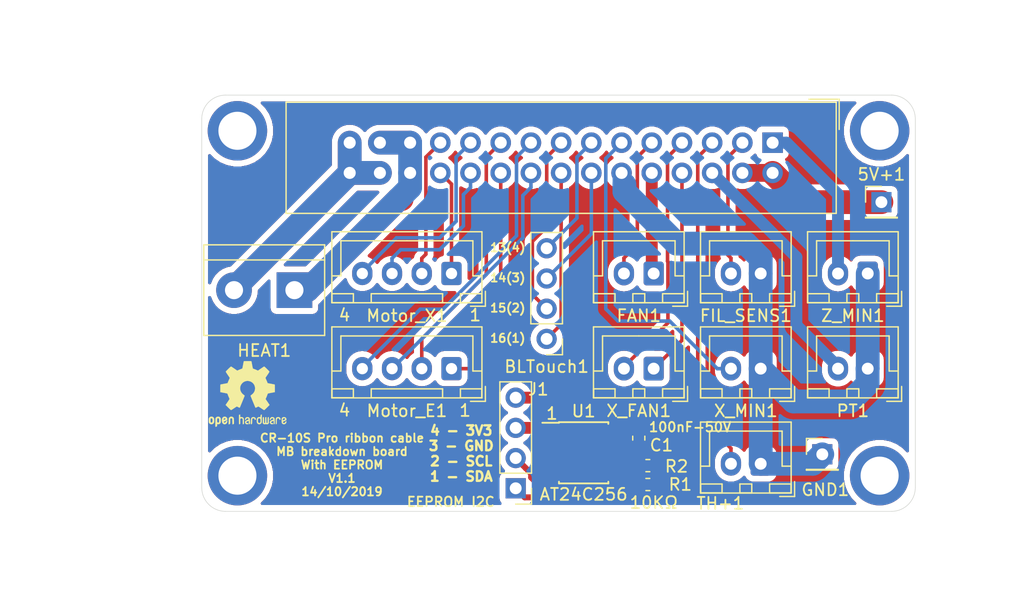
<source format=kicad_pcb>
(kicad_pcb (version 20171130) (host pcbnew "(5.1.0)-1")
  (title_block (title "CR-10S Pro RibbonCable MB Breakout with EEPROM") (date 2019-10-14) (rev V1.1))
  (layers (0 F.Cu signal) (31 B.Cu signal) (34 B.Paste user) (35 F.Paste user) (36 B.SilkS user) (37 F.SilkS user) (38 B.Mask user) (39 F.Mask user) (44 Edge.Cuts user))
  (net 0 "")
  (net 1 "Net-(5V+1-Pad1)")
  (net 2 "Net-(BLTouch1-Pad4)")
  (net 3 "Net-(BLTouch1-Pad3)")
  (net 4 "Net-(BLTouch1-Pad2)")
  (net 5 "Net-(BLTouch1-Pad1)")
  (net 6 "Net-(FAN1-Pad2)")
  (net 7 "Net-(FAN1-Pad1)")
  (net 8 "Net-(FIL_SENS1-Pad2)")
  (net 9 "Net-(FIL_SENS1-Pad1)")
  (net 10 /Heat+)
  (net 11 /HEAT_GND)
  (net 12 "Net-(Motor_E1-Pad4)")
  (net 13 "Net-(Motor_E1-Pad3)")
  (net 14 "Net-(Motor_E1-Pad2)")
  (net 15 "Net-(Motor_E1-Pad1)")
  (net 16 "Net-(Motor_X1-Pad4)")
  (net 17 "Net-(Motor_X1-Pad3)")
  (net 18 "Net-(Motor_X1-Pad2)")
  (net 19 "Net-(Motor_X1-Pad1)")
  (net 20 "Net-(PT1-Pad2)")
  (net 21 "Net-(Ribbon1-Pad11)")
  (net 22 "Net-(Ribbon1-Pad8)")
  (net 23 "Net-(Ribbon1-Pad7)")
  (net 24 "Net-(Ribbon1-Pad5)")
  (net 25 "Net-(Ribbon1-Pad1)")
  (net 26 GND)
  (net 27 +3V3)
  (net 28 "Net-(J1-Pad2)")
  (net 29 "Net-(J1-Pad1)")
  (module Symbol:OSHW-Logo2_7.3x6mm_SilkScreen (layer F.Cu) (at 109.855 95.123)
    (fp_text reference REF** hide)
    (fp_text value OSHW-Logo2_7.3x6mm_SilkScreen hide)
  )
  (module Package_SO:SOIC-8_3.9x4.9mm_P1.27mm (layer F.Cu) (at 138.1125 100.076)
    (fp_text reference U1 (at 0 -3.5) (layer F.SilkS))
    (fp_text value AT24C256 (at 0 3.5) (layer F.SilkS))
    (pad 8 smd rect (at 2.7 -1.905) (size 1.55 0.6) (layers F.Cu F.Paste F.Mask) (net 27 +3V3))
    (pad 7 smd rect (at 2.7 -0.635) (size 1.55 0.6) (layers F.Cu F.Paste F.Mask) (net 26 GND))
    (pad 6 smd rect (at 2.7 0.635) (size 1.55 0.6) (layers F.Cu F.Paste F.Mask) (net 28 "Net-(J1-Pad2)"))
    (pad 5 smd rect (at 2.7 1.905) (size 1.55 0.6) (layers F.Cu F.Paste F.Mask) (net 29 "Net-(J1-Pad1)"))
    (pad 4 smd rect (at -2.7 1.905) (size 1.55 0.6) (layers F.Cu F.Paste F.Mask) (net 26 GND))
    (pad 3 smd rect (at -2.7 0.635) (size 1.55 0.6) (layers F.Cu F.Paste F.Mask) (net 26 GND))
    (pad 2 smd rect (at -2.7 -0.635) (size 1.55 0.6) (layers F.Cu F.Paste F.Mask) (net 26 GND))
    (pad 1 smd rect (at -2.7 -1.905) (size 1.55 0.6) (layers F.Cu F.Paste F.Mask) (net 26 GND))
  )
  (module Resistor_SMD:R_0603_1608Metric (layer F.Cu) (at 143.51 101.1555 180)
    (fp_text reference R2 (at -2.413 -0.0635 180) (layer F.SilkS))
    (fp_text value 10KΩ (at -0.508 -3.1115 180) (layer F.SilkS))
    (pad 2 smd roundrect (at 0.7875 0 180) (size 0.875 0.95) (layers F.Cu F.Paste F.Mask) (net 28 "Net-(J1-Pad2)"))
    (pad 1 smd roundrect (at -0.7875 0 180) (size 0.875 0.95) (layers F.Cu F.Paste F.Mask) (net 27 +3V3))
  )
  (module Resistor_SMD:R_0603_1608Metric (layer F.Cu) (at 143.51 102.743 180)
    (fp_text reference R1 (at -2.7305 0 180) (layer F.SilkS))
    (fp_text value 10KΩ)
    (pad 2 smd roundrect (at 0.7875 0 180) (size 0.875 0.95) (layers F.Cu F.Paste F.Mask) (net 29 "Net-(J1-Pad1)"))
    (pad 1 smd roundrect (at -0.7875 0 180) (size 0.875 0.95) (layers F.Cu F.Paste F.Mask) (net 27 +3V3))
  )
  (module Connector_PinHeader_2.54mm:PinHeader_1x04_P2.54mm_Vertical (layer F.Cu) (at 132.3975 103.0605 180)
    (fp_text reference J1 (at -1.905 8.3185 180) (layer F.SilkS))
    (fp_text value "EEPROM I2C" (at 5.461 -1.143) (layer F.SilkS) (effects (font (size 0.8 0.8))))
    (pad 4 thru_hole oval (at 0 7.62 180) (size 1.7 1.7) (drill 1) (layers *.Cu *.Mask) (net 27 +3V3))
    (pad 3 thru_hole oval (at 0 5.08 180) (size 1.7 1.7) (drill 1) (layers *.Cu *.Mask) (net 26 GND))
    (pad 2 thru_hole oval (at 0 2.54 180) (size 1.7 1.7) (drill 1) (layers *.Cu *.Mask) (net 28 "Net-(J1-Pad2)"))
    (pad 1 thru_hole rect (at 0 0 180) (size 1.7 1.7) (drill 1) (layers *.Cu *.Mask) (net 29 "Net-(J1-Pad1)"))
  )
  (module Capacitor_SMD:C_0603_1608Metric (layer F.Cu) (at 142.748 98.844 270)
    (fp_text reference C1 (at 0.597 -1.905) (layer F.SilkS))
    (fp_text value 100nF-50V (at -0.927 -4.318) (layer F.SilkS) (effects (font (size 0.8 0.8))))
    (pad 2 smd roundrect (at 0.7875 0 270) (size 0.875 0.95) (layers F.Cu F.Paste F.Mask) (net 26 GND))
    (pad 1 smd roundrect (at -0.7875 0 270) (size 0.875 0.95) (layers F.Cu F.Paste F.Mask) (net 27 +3V3))
  )
  (module Connector_PinHeader_2.54mm:PinHeader_1x01_P2.54mm_Vertical (layer F.Cu) (at 158.1785 100.203)
    (fp_text reference GND1 (at 0.254 2.9845) (layer F.SilkS))
    (fp_text value Conn_01x01)
    (pad 1 thru_hole rect (at 0 0) (size 1.7 1.7) (drill 1) (layers *.Cu *.Mask) (net 9 "Net-(FIL_SENS1-Pad1)"))
  )
  (module TerminalBlock:TerminalBlock_bornier-2_P5.08mm (layer F.Cu) (at 113.792 86.4 180)
    (fp_text reference HEAT1 (at 2.54 -5.08 180) (layer F.SilkS))
    (fp_text value Conn_01x02)
    (pad 2 thru_hole circle (at 5.08 0 180) (size 3 3) (drill 1.52) (layers *.Cu *.Mask) (net 10 /Heat+))
    (pad 1 thru_hole rect (at 0 0 180) (size 3 3) (drill 1.52) (layers *.Cu *.Mask) (net 11 /HEAT_GND))
  )
  (module Connector_Pin:Pin_D1.0mm_L10.0mm (layer F.Cu) (at 163 73)
    (fp_text reference REF** hide)
    (fp_text value Pin_D1.0mm_L10.0mm)
    (pad "" thru_hole circle (at 0 0) (size 5 5) (drill 3.2) (layers *.Cu *.Mask))
  )
  (module Connector_Pin:Pin_D1.0mm_L10.0mm (layer F.Cu) (at 163 102)
    (fp_text reference REF** hide)
    (fp_text value Pin_D1.0mm_L10.0mm)
    (pad "" thru_hole circle (at 0 0) (size 5 5) (drill 3.2) (layers *.Cu *.Mask))
  )
  (module Connector_Pin:Pin_D1.0mm_L10.0mm (layer F.Cu) (at 109 102)
    (fp_text reference REF** hide)
    (fp_text value Pin_D1.0mm_L10.0mm)
    (pad "" thru_hole circle (at 0 0) (size 5 5) (drill 3.2) (layers *.Cu *.Mask))
  )
  (module Connector_Pin:Pin_D1.0mm_L10.0mm (layer F.Cu) (at 109 73)
    (fp_text reference REF** hide)
    (fp_text value Pin_D1.0mm_L10.0mm)
    (pad "" thru_hole circle (at 0 0) (size 5 5) (drill 3.2) (layers *.Cu *.Mask))
  )
  (module Connector_PinHeader_2.54mm:PinHeader_1x01_P2.54mm_Vertical (layer F.Cu) (at 163.15 79)
    (fp_text reference 5V+1 (at 0 -2.33) (layer F.SilkS))
    (fp_text value Conn_01x01)
    (pad 1 thru_hole rect (at 0 0) (size 1.7 1.7) (drill 1) (layers *.Cu *.Mask) (net 1 "Net-(5V+1-Pad1)"))
  )
  (module Connector_JST:JST_XH_B2B-XH-A_1x02_P2.50mm_Vertical (layer F.Cu) (at 162 85 180)
    (fp_text reference Z_MIN1 (at 1.25 -3.55) (layer F.SilkS))
    (fp_text value Z_MIN)
    (pad 2 thru_hole oval (at 2.5 0 180) (size 1.7 2) (drill 1) (layers *.Cu *.Mask) (net 25 "Net-(Ribbon1-Pad1)"))
    (pad 1 thru_hole roundrect (at 0 0 180) (size 1.7 2) (drill 1) (layers *.Cu *.Mask) (roundrect_rratio 0.147059) (net 9 "Net-(FIL_SENS1-Pad1)"))
  )
  (module Connector_JST:JST_XH_B2B-XH-A_1x02_P2.50mm_Vertical (layer F.Cu) (at 153 93 180)
    (fp_text reference X_MIN1 (at 1.25 -3.55) (layer F.SilkS))
    (fp_text value Conn_01x02)
    (pad 2 thru_hole oval (at 2.5 0 180) (size 1.7 2) (drill 1) (layers *.Cu *.Mask) (net 21 "Net-(Ribbon1-Pad11)"))
    (pad 1 thru_hole roundrect (at 0 0 180) (size 1.7 2) (drill 1) (layers *.Cu *.Mask) (roundrect_rratio 0.147059) (net 9 "Net-(FIL_SENS1-Pad1)"))
  )
  (module Connector_JST:JST_XH_B2B-XH-A_1x02_P2.50mm_Vertical (layer F.Cu) (at 144 93 180)
    (fp_text reference X_FAN1 (at 1.25 -3.55) (layer F.SilkS))
    (fp_text value Conn_01x02)
    (pad 2 thru_hole oval (at 2.5 0 180) (size 1.7 2) (drill 1) (layers *.Cu *.Mask) (net 23 "Net-(Ribbon1-Pad7)"))
    (pad 1 thru_hole roundrect (at 0 0 180) (size 1.7 2) (drill 1) (layers *.Cu *.Mask) (roundrect_rratio 0.147059) (net 22 "Net-(Ribbon1-Pad8)"))
  )
  (module Connector_JST:JST_XH_B2B-XH-A_1x02_P2.50mm_Vertical (layer F.Cu) (at 153 101 180)
    (fp_text reference TH+1 (at 3.394 -3.3305) (layer F.SilkS))
    (fp_text value TH+)
    (pad 2 thru_hole oval (at 2.5 0 180) (size 1.7 2) (drill 1) (layers *.Cu *.Mask) (net 24 "Net-(Ribbon1-Pad5)"))
    (pad 1 thru_hole roundrect (at 0 0 180) (size 1.7 2) (drill 1) (layers *.Cu *.Mask) (roundrect_rratio 0.147059) (net 9 "Net-(FIL_SENS1-Pad1)"))
  )
  (module Connector_IDC:IDC-Header_2x15_P2.54mm_Vertical (layer F.Cu) (at 154 74 270)
    (fp_text reference Ribbon1 hide)
    (fp_text value Ribbon30)
    (pad 30 thru_hole oval (at 2.54 35.56 270) (size 1.7272 1.7272) (drill 1.016) (layers *.Cu *.Mask) (net 10 /Heat+))
    (pad 29 thru_hole oval (at 0 35.56 270) (size 1.7272 1.7272) (drill 1.016) (layers *.Cu *.Mask) (net 10 /Heat+))
    (pad 28 thru_hole oval (at 2.54 33.02 270) (size 1.7272 1.7272) (drill 1.016) (layers *.Cu *.Mask) (net 10 /Heat+))
    (pad 27 thru_hole oval (at 0 33.02 270) (size 1.7272 1.7272) (drill 1.016) (layers *.Cu *.Mask) (net 11 /HEAT_GND))
    (pad 26 thru_hole oval (at 2.54 30.48 270) (size 1.7272 1.7272) (drill 1.016) (layers *.Cu *.Mask) (net 11 /HEAT_GND))
    (pad 25 thru_hole oval (at 0 30.48 270) (size 1.7272 1.7272) (drill 1.016) (layers *.Cu *.Mask) (net 11 /HEAT_GND))
    (pad 24 thru_hole oval (at 2.54 27.94 270) (size 1.7272 1.7272) (drill 1.016) (layers *.Cu *.Mask) (net 19 "Net-(Motor_X1-Pad1)"))
    (pad 23 thru_hole oval (at 0 27.94 270) (size 1.7272 1.7272) (drill 1.016) (layers *.Cu *.Mask) (net 18 "Net-(Motor_X1-Pad2)"))
    (pad 22 thru_hole oval (at 2.54 25.4 270) (size 1.7272 1.7272) (drill 1.016) (layers *.Cu *.Mask) (net 17 "Net-(Motor_X1-Pad3)"))
    (pad 21 thru_hole oval (at 0 25.4 270) (size 1.7272 1.7272) (drill 1.016) (layers *.Cu *.Mask) (net 16 "Net-(Motor_X1-Pad4)"))
    (pad 20 thru_hole oval (at 2.54 22.86 270) (size 1.7272 1.7272) (drill 1.016) (layers *.Cu *.Mask) (net 15 "Net-(Motor_E1-Pad1)"))
    (pad 19 thru_hole oval (at 0 22.86 270) (size 1.7272 1.7272) (drill 1.016) (layers *.Cu *.Mask) (net 14 "Net-(Motor_E1-Pad2)"))
    (pad 18 thru_hole oval (at 2.54 20.32 270) (size 1.7272 1.7272) (drill 1.016) (layers *.Cu *.Mask) (net 13 "Net-(Motor_E1-Pad3)"))
    (pad 17 thru_hole oval (at 0 20.32 270) (size 1.7272 1.7272) (drill 1.016) (layers *.Cu *.Mask) (net 12 "Net-(Motor_E1-Pad4)"))
    (pad 16 thru_hole oval (at 2.54 17.78 270) (size 1.7272 1.7272) (drill 1.016) (layers *.Cu *.Mask) (net 5 "Net-(BLTouch1-Pad1)"))
    (pad 15 thru_hole oval (at 0 17.78 270) (size 1.7272 1.7272) (drill 1.016) (layers *.Cu *.Mask) (net 4 "Net-(BLTouch1-Pad2)"))
    (pad 14 thru_hole oval (at 2.54 15.24 270) (size 1.7272 1.7272) (drill 1.016) (layers *.Cu *.Mask) (net 3 "Net-(BLTouch1-Pad3)"))
    (pad 13 thru_hole oval (at 0 15.24 270) (size 1.7272 1.7272) (drill 1.016) (layers *.Cu *.Mask) (net 2 "Net-(BLTouch1-Pad4)"))
    (pad 12 thru_hole oval (at 2.54 12.7 270) (size 1.7272 1.7272) (drill 1.016) (layers *.Cu *.Mask) (net 9 "Net-(FIL_SENS1-Pad1)"))
    (pad 11 thru_hole oval (at 0 12.7 270) (size 1.7272 1.7272) (drill 1.016) (layers *.Cu *.Mask) (net 21 "Net-(Ribbon1-Pad11)"))
    (pad 10 thru_hole oval (at 2.54 10.16 270) (size 1.7272 1.7272) (drill 1.016) (layers *.Cu *.Mask) (net 7 "Net-(FAN1-Pad1)"))
    (pad 9 thru_hole oval (at 0 10.16 270) (size 1.7272 1.7272) (drill 1.016) (layers *.Cu *.Mask) (net 6 "Net-(FAN1-Pad2)"))
    (pad 8 thru_hole oval (at 2.54 7.62 270) (size 1.7272 1.7272) (drill 1.016) (layers *.Cu *.Mask) (net 22 "Net-(Ribbon1-Pad8)"))
    (pad 7 thru_hole oval (at 0 7.62 270) (size 1.7272 1.7272) (drill 1.016) (layers *.Cu *.Mask) (net 23 "Net-(Ribbon1-Pad7)"))
    (pad 6 thru_hole oval (at 2.54 5.08 270) (size 1.7272 1.7272) (drill 1.016) (layers *.Cu *.Mask) (net 20 "Net-(PT1-Pad2)"))
    (pad 5 thru_hole oval (at 0 5.08 270) (size 1.7272 1.7272) (drill 1.016) (layers *.Cu *.Mask) (net 24 "Net-(Ribbon1-Pad5)"))
    (pad 4 thru_hole oval (at 2.54 2.54 270) (size 1.7272 1.7272) (drill 1.016) (layers *.Cu *.Mask) (net 1 "Net-(5V+1-Pad1)"))
    (pad 3 thru_hole oval (at 0 2.54 270) (size 1.7272 1.7272) (drill 1.016) (layers *.Cu *.Mask) (net 8 "Net-(FIL_SENS1-Pad2)"))
    (pad 2 thru_hole oval (at 2.54 0 270) (size 1.7272 1.7272) (drill 1.016) (layers *.Cu *.Mask) (net 1 "Net-(5V+1-Pad1)"))
    (pad 1 thru_hole rect (at 0 0 270) (size 1.7272 1.7272) (drill 1.016) (layers *.Cu *.Mask) (net 25 "Net-(Ribbon1-Pad1)"))
  )
  (module Connector_JST:JST_XH_B2B-XH-A_1x02_P2.50mm_Vertical (layer F.Cu) (at 162 93 180)
    (fp_text reference PT1 (at 1.25 -3.55) (layer F.SilkS))
    (fp_text value PT100)
    (pad 2 thru_hole oval (at 2.5 0 180) (size 1.7 2) (drill 1) (layers *.Cu *.Mask) (net 20 "Net-(PT1-Pad2)"))
    (pad 1 thru_hole roundrect (at 0 0 180) (size 1.7 2) (drill 1) (layers *.Cu *.Mask) (roundrect_rratio 0.147059) (net 9 "Net-(FIL_SENS1-Pad1)"))
  )
  (module Connector_JST:JST_XH_B4B-XH-A_1x04_P2.50mm_Vertical (layer F.Cu) (at 127 85 180)
    (fp_text reference Motor_X1 (at 3.75 -3.55) (layer F.SilkS))
    (fp_text value Conn_01x04)
    (pad 4 thru_hole oval (at 7.5 0 180) (size 1.7 1.95) (drill 0.95) (layers *.Cu *.Mask) (net 16 "Net-(Motor_X1-Pad4)"))
    (pad 3 thru_hole oval (at 5 0 180) (size 1.7 1.95) (drill 0.95) (layers *.Cu *.Mask) (net 17 "Net-(Motor_X1-Pad3)"))
    (pad 2 thru_hole oval (at 2.5 0 180) (size 1.7 1.95) (drill 0.95) (layers *.Cu *.Mask) (net 18 "Net-(Motor_X1-Pad2)"))
    (pad 1 thru_hole roundrect (at 0 0 180) (size 1.7 1.95) (drill 0.95) (layers *.Cu *.Mask) (roundrect_rratio 0.147059) (net 19 "Net-(Motor_X1-Pad1)"))
  )
  (module Connector_JST:JST_XH_B4B-XH-A_1x04_P2.50mm_Vertical (layer F.Cu) (at 127 93 180)
    (fp_text reference Motor_E1 (at 3.75 -3.55) (layer F.SilkS))
    (fp_text value Conn_01x04)
    (pad 4 thru_hole oval (at 7.5 0 180) (size 1.7 1.95) (drill 0.95) (layers *.Cu *.Mask) (net 12 "Net-(Motor_E1-Pad4)"))
    (pad 3 thru_hole oval (at 5 0 180) (size 1.7 1.95) (drill 0.95) (layers *.Cu *.Mask) (net 13 "Net-(Motor_E1-Pad3)"))
    (pad 2 thru_hole oval (at 2.5 0 180) (size 1.7 1.95) (drill 0.95) (layers *.Cu *.Mask) (net 14 "Net-(Motor_E1-Pad2)"))
    (pad 1 thru_hole roundrect (at 0 0 180) (size 1.7 1.95) (drill 0.95) (layers *.Cu *.Mask) (roundrect_rratio 0.147059) (net 15 "Net-(Motor_E1-Pad1)"))
  )
  (module Connector_JST:JST_XH_B2B-XH-A_1x02_P2.50mm_Vertical (layer F.Cu) (at 153 85 180)
    (fp_text reference FIL_SENS1 (at 1.25 -3.55) (layer F.SilkS))
    (fp_text value FIL_SENS)
    (pad 2 thru_hole oval (at 2.5 0 180) (size 1.7 2) (drill 1) (layers *.Cu *.Mask) (net 8 "Net-(FIL_SENS1-Pad2)"))
    (pad 1 thru_hole roundrect (at 0 0 180) (size 1.7 2) (drill 1) (layers *.Cu *.Mask) (roundrect_rratio 0.147059) (net 9 "Net-(FIL_SENS1-Pad1)"))
  )
  (module Connector_JST:JST_XH_B2B-XH-A_1x02_P2.50mm_Vertical (layer F.Cu) (at 144 85 180)
    (fp_text reference FAN1 (at 1.25 -3.55) (layer F.SilkS))
    (fp_text value Conn_01x02)
    (pad 2 thru_hole oval (at 2.5 0 180) (size 1.7 2) (drill 1) (layers *.Cu *.Mask) (net 6 "Net-(FAN1-Pad2)"))
    (pad 1 thru_hole roundrect (at 0 0 180) (size 1.7 2) (drill 1) (layers *.Cu *.Mask) (roundrect_rratio 0.147059) (net 7 "Net-(FAN1-Pad1)"))
  )
  (module Connector_PinHeader_2.54mm:PinHeader_1x04_P2.54mm_Vertical (layer F.Cu) (at 135 90.5 180)
    (fp_text reference BLTouch1 (at 0 -2.33) (layer F.SilkS))
    (fp_text value Conn_01x04)
    (pad 4 thru_hole oval (at 0 7.62 180) (size 1.7 1.7) (drill 1) (layers *.Cu *.Mask) (net 2 "Net-(BLTouch1-Pad4)"))
    (pad 3 thru_hole oval (at 0 5.08 180) (size 1.7 1.7) (drill 1) (layers *.Cu *.Mask) (net 3 "Net-(BLTouch1-Pad3)"))
    (pad 2 thru_hole oval (at 0 2.54 180) (size 1.7 1.7) (drill 1) (layers *.Cu *.Mask) (net 4 "Net-(BLTouch1-Pad2)"))
    (pad 1 thru_hole circle (at 0 0 180) (size 1.7 1.7) (drill 1) (layers *.Cu *.Mask) (net 5 "Net-(BLTouch1-Pad1)"))
  )
  (gr_text 1 (at 135.4455 96.774) (layer F.SilkS) (effects (font (size 1 1))))
  (gr_text "4 - 3V3\n3 - GND\n2 - SCL\n1 - SDA\n" (at 127.8255 100.1395) (layer F.SilkS) (effects (font (size 0.8 0.8) (thickness 0.2))))
  (gr_text "CR-10S Pro ribbon cable\nMB breakdown board\nWith EEPROM\nV1.1\n14/10/2019" (at 117.7925 101.092) (layer F.SilkS) (effects (font (size 0.7 0.7))))
  (gr_text 1 (at 129 88.5) (layer F.SilkS) (effects (font (size 1 1))))
  (gr_text 4 (at 118 88.5) (layer F.SilkS) (effects (font (size 1 1))))
  (gr_text 4 (at 118 96.5) (layer F.SilkS) (effects (font (size 1 1))))
  (gr_text 1 (at 128.143 96.52) (layer F.SilkS) (effects (font (size 1 1))))
  (gr_text "16(1) " (at 132 90.4415) (layer F.SilkS) (effects (font (size 0.7 0.7))))
  (gr_text "15(2) " (at 132 87.9015) (layer F.SilkS) (effects (font (size 0.7 0.7))))
  (gr_text "14(3) " (at 132 85.3615) (layer F.SilkS) (effects (font (size 0.7 0.7))))
  (gr_text "13(4) " (at 132 82.8215) (layer F.SilkS) (effects (font (size 0.7 0.7))))
  (gr_arc (start 108 103) (end 106 103) (angle -90) (layer Edge.Cuts) (width 0.05))
  (gr_arc (start 164 103) (end 164 105) (angle -90) (layer Edge.Cuts) (width 0.05))
  (gr_arc (start 164 72) (end 166 72) (angle -90) (layer Edge.Cuts) (width 0.05))
  (gr_arc (start 108 72) (end 108 70) (angle -90) (layer Edge.Cuts) (width 0.05))
  (gr_line (start 106 103) (end 106 72) (layer Edge.Cuts) (width 0.05))
  (gr_line (start 164 105) (end 108 105) (layer Edge.Cuts) (width 0.05))
  (gr_line (start 166 72) (end 166 103) (layer Edge.Cuts) (width 0.05))
  (gr_line (start 108 70) (end 164 70) (layer Edge.Cuts) (width 0.05))
  (segment (start 156.46 79) (end 154 76.54) (width 2) (layer F.Cu) (net 1))
  (segment (start 163.15 79) (end 156.46 79) (width 2) (layer F.Cu) (net 1))
  (segment (start 154 76.54) (end 151.46 76.54) (width 1.5) (layer F.Cu) (net 1))
  (segment (start 135.849999 82.030001) (end 135 82.88) (width 0.3) (layer B.Cu) (net 2))
  (segment (start 137.546399 80.333601) (end 135.849999 82.030001) (width 0.3) (layer B.Cu) (net 2))
  (segment (start 137.546399 75.213601) (end 137.546399 80.333601) (width 0.3) (layer B.Cu) (net 2))
  (segment (start 138.76 74) (end 137.546399 75.213601) (width 0.3) (layer B.Cu) (net 2))
  (segment (start 138.76 81.66) (end 135 85.42) (width 0.3) (layer B.Cu) (net 3))
  (segment (start 138.76 76.54) (end 138.76 81.66) (width 0.3) (layer B.Cu) (net 3))
  (segment (start 133.799999 82.303999) (end 133.799999 86.759999) (width 0.3) (layer F.Cu) (net 4))
  (segment (start 135.006399 81.097599) (end 133.799999 82.303999) (width 0.3) (layer F.Cu) (net 4))
  (segment (start 134.150001 87.110001) (end 135 87.96) (width 0.3) (layer F.Cu) (net 4))
  (segment (start 135.006399 75.213601) (end 135.006399 81.097599) (width 0.3) (layer F.Cu) (net 4))
  (segment (start 133.799999 86.759999) (end 134.150001 87.110001) (width 0.3) (layer F.Cu) (net 4))
  (segment (start 136.22 74) (end 135.006399 75.213601) (width 0.3) (layer F.Cu) (net 4))
  (segment (start 136.22 89.28) (end 135 90.5) (width 0.3) (layer F.Cu) (net 5))
  (segment (start 136.22 76.54) (end 136.22 89.28) (width 0.3) (layer F.Cu) (net 5))
  (segment (start 141.5 83.7) (end 141.5 85) (width 0.3) (layer F.Cu) (net 6))
  (segment (start 142.626399 82.573601) (end 141.5 83.7) (width 0.3) (layer F.Cu) (net 6))
  (segment (start 142.626399 75.213601) (end 142.626399 82.573601) (width 0.3) (layer F.Cu) (net 6))
  (segment (start 143.84 74) (end 142.626399 75.213601) (width 0.3) (layer F.Cu) (net 6))
  (segment (start 143.84 84.84) (end 144 85) (width 0.3) (layer F.Cu) (net 7))
  (segment (start 143.84 76.54) (end 143.84 84.84) (width 1) (layer F.Cu) (net 7))
  (segment (start 150.5 83.7) (end 150.5 85) (width 0.3) (layer F.Cu) (net 8))
  (segment (start 150.246399 83.446399) (end 150.5 83.7) (width 0.3) (layer F.Cu) (net 8))
  (segment (start 150.246399 75.213601) (end 150.246399 83.446399) (width 0.3) (layer F.Cu) (net 8))
  (segment (start 151.46 74) (end 150.246399 75.213601) (width 0.3) (layer F.Cu) (net 8))
  (segment (start 162 85) (end 162 93) (width 2) (layer B.Cu) (net 9))
  (segment (start 153 93) (end 153 101) (width 2) (layer B.Cu) (net 9))
  (segment (start 153 85) (end 153 93) (width 2) (layer B.Cu) (net 9))
  (segment (start 141.3 76.54) (end 141.3 77.8635) (width 1.5) (layer B.Cu) (net 9))
  (segment (start 157.3815 101) (end 158.1785 100.203) (width 2) (layer B.Cu) (net 9))
  (segment (start 153 101) (end 157.3815 101) (width 2) (layer B.Cu) (net 9))
  (segment (start 153.905553 93.905553) (end 153 93) (width 2) (layer B.Cu) (net 9))
  (segment (start 155.758 95.758) (end 153.905553 93.905553) (width 2) (layer B.Cu) (net 9))
  (segment (start 160.528 95.758) (end 155.758 95.758) (width 2) (layer B.Cu) (net 9))
  (segment (start 161.9885 94.2975) (end 160.528 95.758) (width 2) (layer B.Cu) (net 9))
  (segment (start 162 93) (end 161.9885 93.0115) (width 2) (layer B.Cu) (net 9))
  (segment (start 161.9885 93.0115) (end 161.9885 94.2975) (width 2) (layer B.Cu) (net 9))
  (segment (start 153 83.7215) (end 153 85) (width 2) (layer B.Cu) (net 9))
  (segment (start 151.765 82.4865) (end 153 83.7215) (width 2) (layer B.Cu) (net 9))
  (segment (start 145.923 82.4865) (end 151.765 82.4865) (width 2) (layer B.Cu) (net 9))
  (segment (start 141.5415 77.5335) (end 141.5415 78.105) (width 2) (layer B.Cu) (net 9))
  (segment (start 141.5415 78.105) (end 145.923 82.4865) (width 2) (layer B.Cu) (net 9))
  (segment (start 120.98 76.54) (end 118.44 76.54) (width 2) (layer B.Cu) (net 10))
  (segment (start 118.44 74) (end 118.44 76.54) (width 2) (layer B.Cu) (net 10))
  (segment (start 120.98 76.54) (end 118.44 76.54) (width 2) (layer F.Cu) (net 10))
  (segment (start 118.44 74) (end 118.44 76.54) (width 2) (layer F.Cu) (net 10))
  (segment (start 108.712 86.268) (end 108.712 86.4) (width 2) (layer B.Cu) (net 10))
  (segment (start 118.44 76.54) (end 108.712 86.268) (width 2) (layer B.Cu) (net 10))
  (segment (start 108.712 86.268) (end 108.712 86.4) (width 2) (layer F.Cu) (net 10))
  (segment (start 118.44 76.54) (end 108.712 86.268) (width 2) (layer F.Cu) (net 10))
  (segment (start 120.98 74) (end 123.52 74) (width 2) (layer B.Cu) (net 11))
  (segment (start 123.52 74) (end 123.52 76.54) (width 2) (layer B.Cu) (net 11))
  (segment (start 114.881314 86.4) (end 113.792 86.4) (width 2) (layer B.Cu) (net 11))
  (segment (start 123.52 76.54) (end 123.52 77.761314) (width 2) (layer B.Cu) (net 11))
  (segment (start 123.52 77.761314) (end 114.881314 86.4) (width 2) (layer B.Cu) (net 11))
  (segment (start 120.98 74) (end 123.52 74) (width 2) (layer F.Cu) (net 11))
  (segment (start 123.52 74) (end 123.52 76.54) (width 1.5) (layer F.Cu) (net 11))
  (segment (start 123.52 78.029) (end 122.809 78.74) (width 1.5) (layer F.Cu) (net 11))
  (segment (start 123.52 76.54) (end 123.52 78.029) (width 1.5) (layer F.Cu) (net 11))
  (segment (start 114.881314 86.4) (end 113.792 86.4) (width 2) (layer F.Cu) (net 11))
  (segment (start 122.809 78.74) (end 122.541314 78.74) (width 2) (layer F.Cu) (net 11))
  (segment (start 122.541314 78.74) (end 114.881314 86.4) (width 2) (layer F.Cu) (net 11))
  (segment (start 133.68 74) (end 132.466399 75.213601) (width 0.3) (layer B.Cu) (net 12))
  (segment (start 132.466399 81.826479) (end 126.292878 88) (width 0.3) (layer B.Cu) (net 12))
  (segment (start 126.292878 88) (end 124.375 88) (width 0.3) (layer B.Cu) (net 12))
  (segment (start 132.466399 75.213601) (end 132.466399 81.826479) (width 0.3) (layer B.Cu) (net 12))
  (segment (start 124.375 88) (end 119.5 92.875) (width 0.3) (layer B.Cu) (net 12))
  (segment (start 119.5 92.875) (end 119.5 93) (width 0.3) (layer B.Cu) (net 12))
  (segment (start 133.68 77.761314) (end 133 78.441314) (width 0.3) (layer B.Cu) (net 13))
  (segment (start 133.68 76.54) (end 133.68 77.761314) (width 0.3) (layer B.Cu) (net 13))
  (segment (start 133 78.441314) (end 133 82) (width 0.3) (layer B.Cu) (net 13))
  (segment (start 133 82) (end 122 93) (width 0.3) (layer B.Cu) (net 13))
  (segment (start 129.926399 75.213601) (end 129.926399 85.073601) (width 0.3) (layer F.Cu) (net 14))
  (segment (start 131.14 74) (end 129.926399 75.213601) (width 0.3) (layer F.Cu) (net 14))
  (segment (start 124.5 90.5) (end 124.5 93) (width 0.3) (layer F.Cu) (net 14))
  (segment (start 129.926399 85.073601) (end 124.5 90.5) (width 0.3) (layer F.Cu) (net 14))
  (segment (start 131.14 76.54) (end 131.14 90.86) (width 0.3) (layer F.Cu) (net 15))
  (segment (start 131.14 90.86) (end 129 93) (width 0.3) (layer F.Cu) (net 15))
  (segment (start 129 93) (end 127 93) (width 0.3) (layer F.Cu) (net 15))
  (segment (start 127.386399 75.213601) (end 127.386399 80.613601) (width 0.3) (layer B.Cu) (net 16))
  (segment (start 128.6 74) (end 127.386399 75.213601) (width 0.3) (layer B.Cu) (net 16))
  (segment (start 127.386399 80.613601) (end 126 82) (width 0.3) (layer B.Cu) (net 16))
  (segment (start 119.5 84.875) (end 119.5 85) (width 0.3) (layer B.Cu) (net 16))
  (segment (start 122.375 82) (end 119.5 84.875) (width 0.3) (layer B.Cu) (net 16))
  (segment (start 126 82) (end 122.375 82) (width 0.3) (layer B.Cu) (net 16))
  (segment (start 122 83.725) (end 122 85) (width 0.3) (layer B.Cu) (net 17))
  (segment (start 122.725 83) (end 122 83.725) (width 0.3) (layer B.Cu) (net 17))
  (segment (start 126 83) (end 122.725 83) (width 0.3) (layer B.Cu) (net 17))
  (segment (start 128 81) (end 126 83) (width 0.3) (layer B.Cu) (net 17))
  (segment (start 128.6 77.761314) (end 128 78.361314) (width 0.3) (layer B.Cu) (net 17))
  (segment (start 128 78.361314) (end 128 81) (width 0.3) (layer B.Cu) (net 17))
  (segment (start 128.6 76.54) (end 128.6 77.761314) (width 0.3) (layer B.Cu) (net 17))
  (segment (start 126.06 74) (end 124.846399 75.213601) (width 0.3) (layer F.Cu) (net 18))
  (segment (start 124.5 83.725) (end 124.5 85) (width 0.3) (layer F.Cu) (net 18))
  (segment (start 124.846399 83.378601) (end 124.5 83.725) (width 0.3) (layer F.Cu) (net 18))
  (segment (start 124.846399 75.213601) (end 124.846399 83.378601) (width 0.3) (layer F.Cu) (net 18))
  (segment (start 126.06 76.54) (end 127 77.48) (width 0.3) (layer F.Cu) (net 19))
  (segment (start 127 77.48) (end 127 85) (width 0.3) (layer F.Cu) (net 19))
  (segment (start 159.5 92.85) (end 159.5 93) (width 1) (layer B.Cu) (net 20))
  (segment (start 156 89.35) (end 159.5 92.85) (width 1) (layer B.Cu) (net 20))
  (segment (start 156 83.62) (end 156 89.35) (width 1) (layer B.Cu) (net 20))
  (segment (start 148.92 76.54) (end 156 83.62) (width 1) (layer B.Cu) (net 20))
  (segment (start 139.973601 75.326399) (end 139.973601 87.973601) (width 0.3) (layer B.Cu) (net 21))
  (segment (start 141.3 74) (end 139.973601 75.326399) (width 0.3) (layer B.Cu) (net 21))
  (segment (start 139.973601 87.973601) (end 141 89) (width 0.3) (layer B.Cu) (net 21))
  (segment (start 149.35 93) (end 150.5 93) (width 0.3) (layer B.Cu) (net 21))
  (segment (start 145.35 89) (end 149.35 93) (width 0.3) (layer B.Cu) (net 21))
  (segment (start 141 89) (end 145.35 89) (width 0.3) (layer B.Cu) (net 21))
  (segment (start 146.38 90.62) (end 144 93) (width 0.3) (layer F.Cu) (net 22))
  (segment (start 146.38 76.54) (end 146.38 90.62) (width 0.3) (layer F.Cu) (net 22))
  (segment (start 145.20001 84.001464) (end 145.20001 89.14999) (width 0.3) (layer F.Cu) (net 23))
  (segment (start 141.5 92.85) (end 141.5 93) (width 0.3) (layer F.Cu) (net 23))
  (segment (start 145.166399 83.967853) (end 145.20001 84.001464) (width 0.3) (layer F.Cu) (net 23))
  (segment (start 145.166399 75.213601) (end 145.166399 83.967853) (width 0.3) (layer F.Cu) (net 23))
  (segment (start 145.20001 89.14999) (end 141.5 92.85) (width 0.3) (layer F.Cu) (net 23))
  (segment (start 146.38 74) (end 145.166399 75.213601) (width 0.3) (layer F.Cu) (net 23))
  (segment (start 147.706399 96.906399) (end 150.5 99.7) (width 0.3) (layer F.Cu) (net 24))
  (segment (start 150.5 99.7) (end 150.5 101) (width 0.3) (layer F.Cu) (net 24))
  (segment (start 147.706399 75.213601) (end 147.706399 96.906399) (width 0.3) (layer F.Cu) (net 24))
  (segment (start 148.92 74) (end 147.706399 75.213601) (width 0.3) (layer F.Cu) (net 24))
  (segment (start 159.5 83.7) (end 159.5 85) (width 1) (layer B.Cu) (net 25))
  (segment (start 155.1636 74) (end 159.5 78.3364) (width 1) (layer B.Cu) (net 25))
  (segment (start 159.5 78.3364) (end 159.5 83.7) (width 1) (layer B.Cu) (net 25))
  (segment (start 154 74) (end 155.1636 74) (width 1) (layer B.Cu) (net 25))
  (segment (start 135.222 97.9805) (end 135.4125 98.171) (width 1) (layer F.Cu) (net 26))
  (segment (start 132.3975 97.9805) (end 135.222 97.9805) (width 1) (layer F.Cu) (net 26))
  (segment (start 135.4125 98.171) (end 135.4125 99.441) (width 1) (layer F.Cu) (net 26))
  (segment (start 135.4125 99.441) (end 135.4125 100.711) (width 1) (layer F.Cu) (net 26))
  (segment (start 135.4125 100.711) (end 135.4125 101.981) (width 1) (layer F.Cu) (net 26))
  (segment (start 140.8125 99.441) (end 135.4125 99.441) (width 1) (layer F.Cu) (net 26))
  (segment (start 142.5575 99.441) (end 142.748 99.6315) (width 1) (layer F.Cu) (net 26))
  (segment (start 140.8125 99.441) (end 142.5575 99.441) (width 1) (layer F.Cu) (net 26))
  (segment (start 140.8125 96.871) (end 140.8125 98.171) (width 1) (layer F.Cu) (net 27))
  (segment (start 139.382 95.4405) (end 140.8125 96.871) (width 1) (layer F.Cu) (net 27))
  (segment (start 132.3975 95.4405) (end 139.382 95.4405) (width 1) (layer F.Cu) (net 27))
  (segment (start 142.6335 98.171) (end 142.748 98.0565) (width 1) (layer F.Cu) (net 27))
  (segment (start 140.8125 98.171) (end 142.6335 98.171) (width 1) (layer F.Cu) (net 27))
  (segment (start 144.2975 100.5805) (end 144.2975 101.1555) (width 1) (layer F.Cu) (net 27))
  (segment (start 144.2975 99.031) (end 144.2975 100.5805) (width 1) (layer F.Cu) (net 27))
  (segment (start 143.323 98.0565) (end 144.2975 99.031) (width 1) (layer F.Cu) (net 27))
  (segment (start 142.748 98.0565) (end 143.323 98.0565) (width 1) (layer F.Cu) (net 27))
  (segment (start 144.2975 101.1555) (end 144.2975 102.743) (width 1) (layer F.Cu) (net 27))
  (segment (start 141.7405 100.711) (end 140.8125 100.711) (width 1) (layer F.Cu) (net 28))
  (segment (start 142.185 101.1555) (end 141.7405 100.711) (width 1) (layer F.Cu) (net 28))
  (segment (start 142.7225 101.1555) (end 142.185 101.1555) (width 1) (layer F.Cu) (net 28))
  (segment (start 133.247499 101.370499) (end 132.3975 100.5205) (width 0.5) (layer F.Cu) (net 28))
  (segment (start 133.697501 102.151003) (end 133.697501 101.820501) (width 0.5) (layer F.Cu) (net 28))
  (segment (start 134.477508 102.93101) (end 133.697501 102.151003) (width 0.5) (layer F.Cu) (net 28))
  (segment (start 137.31749 102.93101) (end 134.477508 102.93101) (width 0.5) (layer F.Cu) (net 28))
  (segment (start 133.697501 101.820501) (end 133.247499 101.370499) (width 0.5) (layer F.Cu) (net 28))
  (segment (start 139.5375 100.711) (end 137.31749 102.93101) (width 0.5) (layer F.Cu) (net 28))
  (segment (start 140.8125 100.711) (end 139.5375 100.711) (width 0.5) (layer F.Cu) (net 28))
  (segment (start 141.5745 102.743) (end 140.8125 101.981) (width 1) (layer F.Cu) (net 29))
  (segment (start 142.7225 102.743) (end 141.5745 102.743) (width 1) (layer F.Cu) (net 29))
  (segment (start 139.5375 101.981) (end 140.8125 101.981) (width 0.5) (layer F.Cu) (net 29))
  (segment (start 137.696 103.8225) (end 139.5375 101.981) (width 0.5) (layer F.Cu) (net 29))
  (segment (start 133.1595 103.8225) (end 137.696 103.8225) (width 0.5) (layer F.Cu) (net 29))
  (segment (start 132.3975 103.0605) (end 133.1595 103.8225) (width 0.5) (layer F.Cu) (net 29))
  (zone (net 0) (net_name "") (layer F.Cu) (connect_pads (clearance 0.508)) (min_thickness 0.254) (fill yes (arc_segments 32) (thermal_gap 0.508) (thermal_bridge_width 0.508))
    (polygon (pts (xy 106 103) (xy 106 72) (xy 106 70) (xy 166 70) (xy 166 105) (xy 106 105)))
  )
  (zone (net 0) (net_name "") (layer B.Cu) (connect_pads (clearance 0.508)) (min_thickness 0.254) (fill yes (arc_segments 32) (thermal_gap 0.508) (thermal_bridge_width 0.508))
    (polygon (pts (xy 106 70) (xy 166 70) (xy 166 105) (xy 106 105)))
  )
  (zone (net 0) (net_name "") (layer F.Cu) (connect_pads (clearance 0.508)) (min_thickness 0.254) (fill yes (arc_segments 32) (thermal_gap 0.508) (thermal_bridge_width 0.508))
    (polygon (pts (xy 106 70) (xy 166 70) (xy 166 105) (xy 106 105)))
  )
  (zone (net 0) (net_name "") (layer F.Cu) (connect_pads (clearance 0.508)) (min_thickness 0.254) (fill yes (arc_segments 32) (thermal_gap 0.508) (thermal_bridge_width 0.508))
    (polygon (pts (xy 106 70) (xy 166 70) (xy 166 105) (xy 106 105)))
  )
  (zone (net 0) (net_name "") (layer B.Cu) (connect_pads (clearance 0.508)) (min_thickness 0.254) (fill yes (arc_segments 32) (thermal_gap 0.508) (thermal_bridge_width 0.508))
    (polygon (pts (xy 106 70) (xy 106 105) (xy 166 105) (xy 166 70)))
  )
)
</source>
